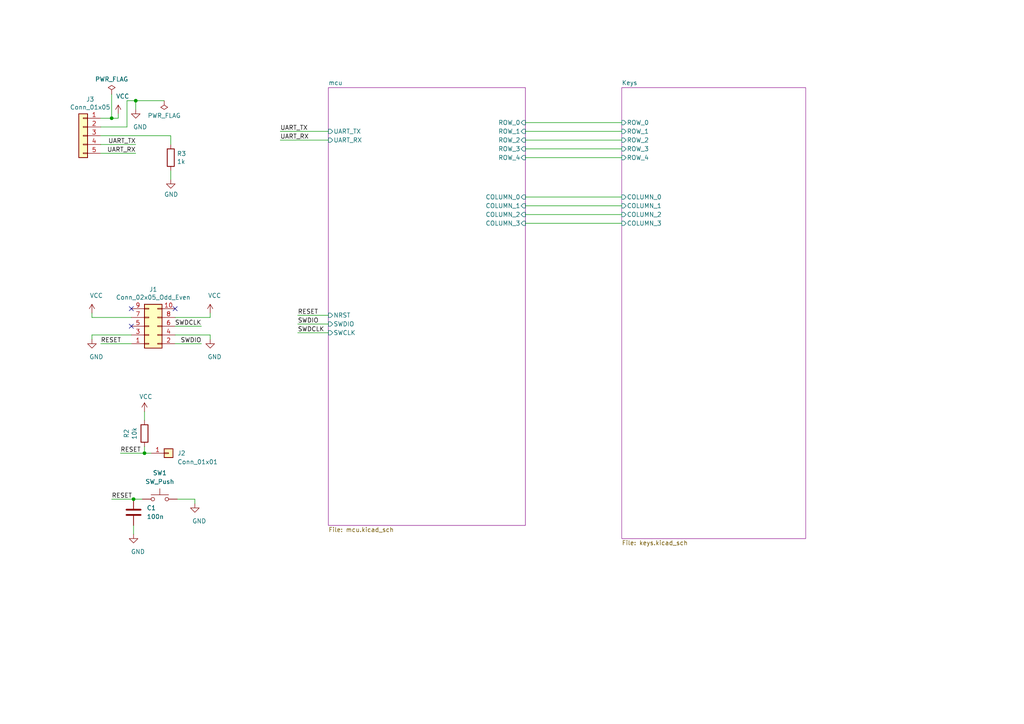
<source format=kicad_sch>
(kicad_sch (version 20210126) (generator eeschema)
  (paper "A4")
  (lib_symbols
    (symbol "Connector_Generic:Conn_01x01" (pin_names (offset 1.016) hide)
      (property "Reference" "J" (at 0 2.54 0))
      (property "Value" "Conn_01x01" (at 0 -2.54 0))
      (symbol "Conn_01x01_1_1"
        (rectangle (start -1.27 0.127) (end 0 -0.127) (stroke (width 0.1524)))
        (rectangle (start -1.27 1.27) (end 1.27 -1.27) (stroke (width 0.254)) (fill (type background)))
        (pin passive line (at -5.08 0 0) (length 3.81) (name "Pin_1") (number "1"))
      )
    )
    (symbol "Connector_Generic:Conn_01x05" (pin_names (offset 1.016) hide)
      (property "Reference" "J" (at 0 7.62 0))
      (property "Value" "Conn_01x05" (at 0 -7.62 0))
      (symbol "Conn_01x05_1_1"
        (rectangle (start -1.27 -4.953) (end 0 -5.207) (stroke (width 0.1524)))
        (rectangle (start -1.27 -2.413) (end 0 -2.667) (stroke (width 0.1524)))
        (rectangle (start -1.27 2.667) (end 0 2.413) (stroke (width 0.1524)))
        (rectangle (start -1.27 5.207) (end 0 4.953) (stroke (width 0.1524)))
        (rectangle (start -1.27 6.35) (end 1.27 -6.35) (stroke (width 0.254)) (fill (type background)))
        (rectangle (start -1.27 0.127) (end 0 -0.127) (stroke (width 0.1524)))
        (pin passive line (at -5.08 5.08 0) (length 3.81) (name "Pin_1") (number "1"))
        (pin passive line (at -5.08 2.54 0) (length 3.81) (name "Pin_2") (number "2"))
        (pin passive line (at -5.08 0 0) (length 3.81) (name "Pin_3") (number "3"))
        (pin passive line (at -5.08 -2.54 0) (length 3.81) (name "Pin_4") (number "4"))
        (pin passive line (at -5.08 -5.08 0) (length 3.81) (name "Pin_5") (number "5"))
      )
    )
    (symbol "Connector_Generic:Conn_02x05_Odd_Even" (pin_names (offset 1.016) hide)
      (property "Reference" "J" (at 1.27 7.62 0))
      (property "Value" "Conn_02x05_Odd_Even" (at 1.27 -7.62 0))
      (symbol "Conn_02x05_Odd_Even_1_1"
        (rectangle (start -1.27 -4.953) (end 0 -5.207) (stroke (width 0.1524)))
        (rectangle (start -1.27 -2.413) (end 0 -2.667) (stroke (width 0.1524)))
        (rectangle (start -1.27 2.667) (end 0 2.413) (stroke (width 0.1524)))
        (rectangle (start -1.27 5.207) (end 0 4.953) (stroke (width 0.1524)))
        (rectangle (start -1.27 6.35) (end 3.81 -6.35) (stroke (width 0.254)) (fill (type background)))
        (rectangle (start -1.27 0.127) (end 0 -0.127) (stroke (width 0.1524)))
        (rectangle (start 3.81 -4.953) (end 2.54 -5.207) (stroke (width 0.1524)))
        (rectangle (start 3.81 -2.413) (end 2.54 -2.667) (stroke (width 0.1524)))
        (rectangle (start 3.81 2.667) (end 2.54 2.413) (stroke (width 0.1524)))
        (rectangle (start 3.81 5.207) (end 2.54 4.953) (stroke (width 0.1524)))
        (rectangle (start 3.81 0.127) (end 2.54 -0.127) (stroke (width 0.1524)))
        (pin passive line (at -5.08 5.08 0) (length 3.81) (name "Pin_1") (number "1"))
        (pin passive line (at 7.62 -5.08 180) (length 3.81) (name "Pin_10") (number "10"))
        (pin passive line (at 7.62 5.08 180) (length 3.81) (name "Pin_2") (number "2"))
        (pin passive line (at -5.08 2.54 0) (length 3.81) (name "Pin_3") (number "3"))
        (pin passive line (at 7.62 2.54 180) (length 3.81) (name "Pin_4") (number "4"))
        (pin passive line (at -5.08 0 0) (length 3.81) (name "Pin_5") (number "5"))
        (pin passive line (at 7.62 0 180) (length 3.81) (name "Pin_6") (number "6"))
        (pin passive line (at -5.08 -2.54 0) (length 3.81) (name "Pin_7") (number "7"))
        (pin passive line (at 7.62 -2.54 180) (length 3.81) (name "Pin_8") (number "8"))
        (pin passive line (at -5.08 -5.08 0) (length 3.81) (name "Pin_9") (number "9"))
      )
    )
    (symbol "Device:C" (pin_numbers hide) (pin_names (offset 0.254))
      (property "Reference" "C" (at 0.635 2.54 0))
      (property "Value" "C" (at 0.635 -2.54 0))
      (symbol "C_0_1"
        (polyline (pts (xy -2.032 -0.762) (xy 2.032 -0.762)) (stroke (width 0.508)))
        (polyline (pts (xy -2.032 0.762) (xy 2.032 0.762)) (stroke (width 0.508)))
      )
      (symbol "C_1_1"
        (pin passive line (at 0 3.81 270) (length 2.794) (name "~") (number "1"))
        (pin passive line (at 0 -3.81 90) (length 2.794) (name "~") (number "2"))
      )
    )
    (symbol "Device:R" (pin_numbers hide) (pin_names (offset 0))
      (property "Reference" "R" (at 2.032 0 90))
      (property "Value" "R" (at 0 0 90))
      (symbol "R_0_1"
        (rectangle (start -1.016 -2.54) (end 1.016 2.54) (stroke (width 0.254)))
      )
      (symbol "R_1_1"
        (pin passive line (at 0 3.81 270) (length 1.27) (name "~") (number "1"))
        (pin passive line (at 0 -3.81 90) (length 1.27) (name "~") (number "2"))
      )
    )
    (symbol "Switch:SW_Push" (pin_numbers hide) (pin_names (offset 1.016) hide)
      (property "Reference" "SW" (at 1.27 2.54 0))
      (property "Value" "SW_Push" (at 0 -1.524 0))
      (symbol "SW_Push_0_1"
        (circle (center -2.032 0) (radius 0.508))
        (circle (center 2.032 0) (radius 0.508))
        (polyline (pts (xy 0 1.27) (xy 0 3.048)))
        (polyline (pts (xy 2.54 1.27) (xy -2.54 1.27)))
        (pin passive line (at -5.08 0 0) (length 2.54) (name "1") (number "1"))
        (pin passive line (at 5.08 0 180) (length 2.54) (name "2") (number "2"))
      )
    )
    (symbol "power:GND" (power) (pin_names (offset 0))
      (property "Value" "GND" (at 0 -3.81 0))
      (symbol "GND_0_1"
        (polyline (pts (xy 0 0) (xy 0 -1.27) (xy 1.27 -1.27) (xy 0 -2.54) (xy -1.27 -1.27) (xy 0 -1.27)))
      )
      (symbol "GND_1_1"
        (pin power_in line (at 0 0 270) (length 0) hide (name "GND") (number "1"))
      )
    )
    (symbol "power:PWR_FLAG" (power) (pin_numbers hide) (pin_names (offset 0) hide)
      (property "Value" "PWR_FLAG" (at 0 3.81 0))
      (symbol "PWR_FLAG_0_0"
        (pin power_out line (at 0 0 90) (length 0) (name "pwr") (number "1"))
      )
      (symbol "PWR_FLAG_0_1"
        (polyline (pts (xy 0 0) (xy 0 1.27) (xy -1.016 1.905) (xy 0 2.54) (xy 1.016 1.905) (xy 0 1.27)))
      )
    )
    (symbol "power:VCC" (power) (pin_names (offset 0))
      (property "Value" "VCC" (at 0 3.81 0))
      (symbol "VCC_0_1"
        (polyline (pts (xy -0.762 1.27) (xy 0 2.54)))
        (polyline (pts (xy 0 0) (xy 0 2.54)))
        (polyline (pts (xy 0 2.54) (xy 0.762 1.27)))
      )
      (symbol "VCC_1_1"
        (pin power_in line (at 0 0 90) (length 0) hide (name "VCC") (number "1"))
      )
    )
  )
  (junction (at 32.385 34.29) (diameter 0.9144))
  (junction (at 38.735 144.78) (diameter 0.9144))
  (junction (at 39.37 29.21) (diameter 0.9144))
  (junction (at 41.91 131.445) (diameter 0.9144))
  (no_connect (at 38.1 89.535))
  (no_connect (at 38.1 94.615))
  (no_connect (at 50.8 89.535))
  (wire (pts (xy 26.67 90.805) (xy 26.67 92.075)))
  (wire (pts (xy 26.67 92.075) (xy 38.1 92.075)))
  (wire (pts (xy 26.67 97.155) (xy 26.67 98.425)))
  (wire (pts (xy 26.67 97.155) (xy 38.1 97.155)))
  (wire (pts (xy 29.21 34.29) (xy 32.385 34.29)))
  (wire (pts (xy 29.21 36.83) (xy 36.83 36.83)))
  (wire (pts (xy 29.21 41.91) (xy 39.37 41.91)))
  (wire (pts (xy 29.21 44.45) (xy 39.37 44.45)))
  (wire (pts (xy 29.21 99.695) (xy 38.1 99.695)))
  (wire (pts (xy 32.385 27.305) (xy 32.385 34.29)))
  (wire (pts (xy 32.385 34.29) (xy 34.29 34.29)))
  (wire (pts (xy 32.385 144.78) (xy 38.735 144.78)))
  (wire (pts (xy 34.29 34.29) (xy 34.29 33.02)))
  (wire (pts (xy 34.925 131.445) (xy 41.91 131.445)))
  (wire (pts (xy 36.83 29.21) (xy 39.37 29.21)))
  (wire (pts (xy 36.83 36.83) (xy 36.83 29.21)))
  (wire (pts (xy 38.735 144.78) (xy 41.275 144.78)))
  (wire (pts (xy 38.735 152.4) (xy 38.735 154.94)))
  (wire (pts (xy 39.37 29.21) (xy 39.37 31.75)))
  (wire (pts (xy 39.37 29.21) (xy 47.625 29.21)))
  (wire (pts (xy 41.91 119.38) (xy 41.91 121.92)))
  (wire (pts (xy 41.91 129.54) (xy 41.91 131.445)))
  (wire (pts (xy 41.91 131.445) (xy 43.815 131.445)))
  (wire (pts (xy 49.53 39.37) (xy 29.21 39.37)))
  (wire (pts (xy 49.53 41.91) (xy 49.53 39.37)))
  (wire (pts (xy 49.53 49.53) (xy 49.53 52.07)))
  (wire (pts (xy 50.8 92.075) (xy 60.96 92.075)))
  (wire (pts (xy 50.8 94.615) (xy 58.42 94.615)))
  (wire (pts (xy 50.8 97.155) (xy 60.96 97.155)))
  (wire (pts (xy 50.8 99.695) (xy 58.42 99.695)))
  (wire (pts (xy 51.435 144.78) (xy 56.515 144.78)))
  (wire (pts (xy 56.515 144.78) (xy 56.515 146.05)))
  (wire (pts (xy 60.96 90.805) (xy 60.96 92.075)))
  (wire (pts (xy 60.96 97.155) (xy 60.96 98.425)))
  (wire (pts (xy 81.28 38.1) (xy 95.25 38.1)))
  (wire (pts (xy 81.28 40.64) (xy 95.25 40.64)))
  (wire (pts (xy 86.36 91.44) (xy 95.25 91.44)))
  (wire (pts (xy 86.36 93.98) (xy 95.25 93.98)))
  (wire (pts (xy 86.36 96.52) (xy 95.25 96.52)))
  (wire (pts (xy 152.4 35.56) (xy 180.34 35.56)))
  (wire (pts (xy 152.4 38.1) (xy 180.34 38.1)))
  (wire (pts (xy 152.4 40.64) (xy 180.34 40.64)))
  (wire (pts (xy 152.4 43.18) (xy 180.34 43.18)))
  (wire (pts (xy 152.4 45.72) (xy 180.34 45.72)))
  (wire (pts (xy 152.4 57.15) (xy 180.34 57.15)))
  (wire (pts (xy 152.4 59.69) (xy 180.34 59.69)))
  (wire (pts (xy 152.4 62.23) (xy 180.34 62.23)))
  (wire (pts (xy 152.4 64.77) (xy 180.34 64.77)))
  (label "RESET" (at 29.21 99.695 0))
  (label "RESET" (at 32.385 144.78 0))
  (label "RESET" (at 34.925 131.445 0))
  (label "UART_TX" (at 39.37 41.91 180))
  (label "UART_RX" (at 39.37 44.45 180))
  (label "SWDCLK" (at 58.42 94.615 180))
  (label "SWDIO" (at 58.42 99.695 180))
  (label "UART_TX" (at 81.28 38.1 0))
  (label "UART_RX" (at 81.28 40.64 0))
  (label "RESET" (at 86.36 91.44 0))
  (label "SWDIO" (at 86.36 93.98 0))
  (label "SWDCLK" (at 86.36 96.52 0))
  (symbol (lib_id "power:PWR_FLAG") (at 32.385 27.305 0) (unit 1)
    (property "Reference" "#FLG0102" (effects hide))
    (property "Value" "PWR_FLAG" (at 32.385 22.9806 0))
  )
  (symbol (lib_id "power:PWR_FLAG") (at 47.625 29.21 180) (unit 1)
    (property "Reference" "#FLG0101" (effects hide))
    (property "Value" "PWR_FLAG" (at 47.625 33.5344 0))
  )
  (symbol (lib_id "power:VCC") (at 26.67 90.805 0) (unit 1)
    (property "Reference" "#PWR0105" (effects hide))
    (property "Value" "VCC" (at 27.94 85.725 0))
  )
  (symbol (lib_id "power:VCC") (at 34.29 33.02 0) (unit 1)
    (property "Reference" "#PWR0101" (effects hide))
    (property "Value" "VCC" (at 35.56 27.94 0))
  )
  (symbol (lib_id "power:VCC") (at 41.91 119.38 0) (unit 1)
    (property "Reference" "#PWR0115" (effects hide))
    (property "Value" "VCC" (at 42.2783 115.0556 0))
  )
  (symbol (lib_id "power:VCC") (at 60.96 90.805 0) (unit 1)
    (property "Reference" "#PWR0104" (effects hide))
    (property "Value" "VCC" (at 62.23 85.725 0))
  )
  (symbol (lib_id "power:GND") (at 26.67 98.425 0) (unit 1)
    (property "Reference" "#PWR0106" (effects hide))
    (property "Value" "GND" (at 27.94 103.505 0))
  )
  (symbol (lib_id "power:GND") (at 38.735 154.94 0) (unit 1)
    (property "Reference" "#PWR0107" (effects hide))
    (property "Value" "GND" (at 40.005 160.02 0))
  )
  (symbol (lib_id "power:GND") (at 39.37 31.75 0) (unit 1)
    (property "Reference" "#PWR0102" (effects hide))
    (property "Value" "GND" (at 40.64 36.83 0))
  )
  (symbol (lib_id "power:GND") (at 49.53 52.07 0) (unit 1)
    (property "Reference" "#PWR0113" (effects hide))
    (property "Value" "GND" (at 49.6443 56.3944 0))
  )
  (symbol (lib_id "power:GND") (at 56.515 146.05 0) (unit 1)
    (property "Reference" "#PWR0108" (effects hide))
    (property "Value" "GND" (at 57.785 151.13 0))
  )
  (symbol (lib_id "power:GND") (at 60.96 98.425 0) (unit 1)
    (property "Reference" "#PWR0103" (effects hide))
    (property "Value" "GND" (at 62.23 103.505 0))
  )
  (symbol (lib_id "Device:R") (at 41.91 125.73 0) (mirror y) (unit 1)
    (property "Reference" "R2" (at 36.6838 125.73 90))
    (property "Value" "10k" (at 38.9825 125.73 90))
    (property "Footprint" "Resistor_SMD:R_0603_1608Metric_Pad0.98x0.95mm_HandSolder" (effects hide))
  )
  (symbol (lib_id "Device:R") (at 49.53 45.72 0) (unit 1)
    (property "Reference" "R3" (at 51.3081 44.5706 0) (effects (justify left)))
    (property "Value" "1k" (at 51.3081 46.8693 0) (effects (justify left)))
    (property "Footprint" "Resistor_SMD:R_0603_1608Metric_Pad0.98x0.95mm_HandSolder" (effects hide))
  )
  (symbol (lib_id "Connector_Generic:Conn_01x01") (at 48.895 131.445 0) (unit 1)
    (property "Reference" "J2" (at 51.435 131.445 0) (effects (justify left)))
    (property "Value" "Conn_01x01" (at 51.435 133.985 0) (effects (justify left)))
    (property "Footprint" "Connector_PinHeader_2.54mm:PinHeader_1x01_P2.54mm_Vertical" (effects hide))
    (property "Mouser" "-" (effects hide))
    (property "Part Name" "-" (effects hide))
  )
  (symbol (lib_id "Device:C") (at 38.735 148.59 0) (unit 1)
    (property "Reference" "C1" (at 42.545 147.32 0) (effects (justify left)))
    (property "Value" "100n" (at 42.545 149.86 0) (effects (justify left)))
    (property "Footprint" "Capacitor_SMD:C_0603_1608Metric_Pad1.08x0.95mm_HandSolder" (effects hide))
    (property "Mouser" "581-0603YC104MAT4A " (effects hide))
    (property "Part Name" "AVX 0603YC104MAT4A" (effects hide))
  )
  (symbol (lib_id "Switch:SW_Push") (at 46.355 144.78 0) (unit 1)
    (property "Reference" "SW1" (at 46.355 137.16 0))
    (property "Value" "SW_Push" (at 46.355 139.7 0))
    (property "Footprint" "Button_Switch_SMD:SW_SPST_CK_RS282G05A3" (effects hide))
    (property "Datasheet" "https://www.mouser.de/datasheet/2/60/pts636-1550567.pdf" (effects hide))
    (property "Mouser" "611-PTS636SM25SMTRLF" (effects hide))
    (property "Part Name" "PTS636 SM25 SMTR LFS" (effects hide))
  )
  (symbol (lib_id "Connector_Generic:Conn_01x05") (at 24.13 39.37 0) (mirror y) (unit 1)
    (property "Reference" "J3" (at 26.162 28.8098 0))
    (property "Value" "Conn_01x05" (at 26.162 31.1085 0))
    (property "Footprint" "Connector_PinHeader_2.54mm:PinHeader_1x05_P2.54mm_Vertical" (effects hide))
    (property "Mouser" "-" (effects hide))
    (property "Part Name" "-" (effects hide))
  )
  (symbol (lib_id "Connector_Generic:Conn_02x05_Odd_Even") (at 43.18 94.615 0) (mirror x) (unit 1)
    (property "Reference" "J1" (at 44.45 83.9532 0))
    (property "Value" "Conn_02x05_Odd_Even" (at 44.45 86.2519 0))
    (property "Footprint" "footprints:programming_port_st_link_clone_without_silkscreen_outline" (effects hide))
  )
  (sheet (at 180.34 25.4) (size 53.34 130.81) (stroke (width 0.001) (color 132 0 132 1)) (fill (color 255 255 255 0.0000))
    (property "Sheet name" "Keys" (at 180.34 24.7641 0) (effects (justify left bottom)))
    (property "Sheet file" "keys.kicad_sch" (at 180.34 156.7189 0) (effects (justify left top)))
    (pin "COLUMN_1" input (at 180.34 59.69 180))
    (pin "COLUMN_0" input (at 180.34 57.15 180))
    (pin "ROW_0" input (at 180.34 35.56 180))
    (pin "ROW_1" input (at 180.34 38.1 180))
    (pin "ROW_2" input (at 180.34 40.64 180))
    (pin "COLUMN_2" input (at 180.34 62.23 180))
    (pin "COLUMN_3" input (at 180.34 64.77 180))
    (pin "ROW_4" input (at 180.34 45.72 180))
    (pin "ROW_3" input (at 180.34 43.18 180))
  )
  (sheet (at 95.25 25.4) (size 57.15 127) (stroke (width 0.001) (color 132 0 132 1)) (fill (color 255 255 255 0.0000))
    (property "Sheet name" "mcu" (at 95.25 24.7641 0) (effects (justify left bottom)))
    (property "Sheet file" "mcu.kicad_sch" (at 95.25 152.9089 0) (effects (justify left top)))
    (pin "ROW_1" input (at 152.4 38.1 0))
    (pin "ROW_2" input (at 152.4 40.64 0))
    (pin "ROW_0" input (at 152.4 35.56 0))
    (pin "ROW_3" input (at 152.4 43.18 0))
    (pin "NRST" input (at 95.25 91.44 180))
    (pin "SWDIO" input (at 95.25 93.98 180))
    (pin "SWCLK" input (at 95.25 96.52 180))
    (pin "UART_TX" input (at 95.25 38.1 180))
    (pin "COLUMN_0" input (at 152.4 57.15 0))
    (pin "COLUMN_1" input (at 152.4 59.69 0))
    (pin "COLUMN_3" input (at 152.4 64.77 0))
    (pin "COLUMN_2" input (at 152.4 62.23 0))
    (pin "UART_RX" input (at 95.25 40.64 180))
    (pin "ROW_4" input (at 152.4 45.72 0))
  )
)
</source>
